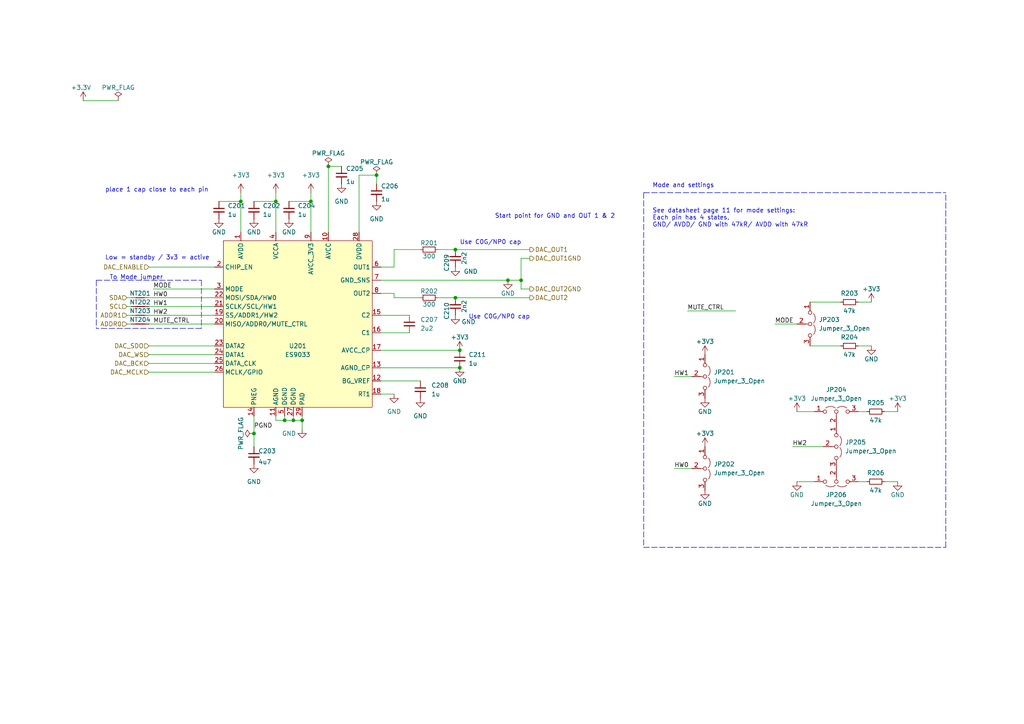
<source format=kicad_sch>
(kicad_sch (version 20211123) (generator eeschema)
  (paper "A4")
  (lib_symbols
    (symbol "Device:C_Small" (pin_numbers hide) (pin_names (offset 0.254) hide)
      (property "Reference" "C" (at 0.254 1.778 0))
      (property "Value" "C_Small" (at 0.254 -2.032 0))
      (symbol "C_Small_0_1"
        (polyline (pts (xy -1.524 -0.508) (xy 1.524 -0.508)) (stroke (width 0.3302)))
        (polyline (pts (xy -1.524 0.508) (xy 1.524 0.508)) (stroke (width 0.3048)))
      )
      (symbol "C_Small_1_1"
        (pin passive line (at 0 2.54 270) (length 2.032) (name "~") (number "1"))
        (pin passive line (at 0 -2.54 90) (length 2.032) (name "~") (number "2"))
      )
    )
    (symbol "Device:NetTie_2" (pin_numbers hide) (pin_names (offset 0) hide)
      (property "Reference" "NT" (at 0 1.27 0))
      (property "Value" "NetTie_2" (at 0 -1.27 0))
      (symbol "NetTie_2_0_1"
        (polyline (pts (xy -1.27 0) (xy 1.27 0)) (stroke (width 0.254)))
      )
      (symbol "NetTie_2_1_1"
        (pin passive line (at -2.54 0 0) (length 2.54) (name "1") (number "1"))
        (pin passive line (at 2.54 0 180) (length 2.54) (name "2") (number "2"))
      )
    )
    (symbol "Device:R_Small" (pin_numbers hide) (pin_names (offset 0.254) hide)
      (property "Reference" "R" (at 0.762 0.508 0))
      (property "Value" "R_Small" (at 0.762 -1.016 0))
      (symbol "R_Small_0_1"
        (rectangle (start -0.762 1.778) (end 0.762 -1.778) (stroke (width 0.2032)))
      )
      (symbol "R_Small_1_1"
        (pin passive line (at 0 2.54 270) (length 0.762) (name "~") (number "1"))
        (pin passive line (at 0 -2.54 90) (length 0.762) (name "~") (number "2"))
      )
    )
    (symbol "Jumper:Jumper_3_Open" (pin_names (offset 0) hide)
      (property "Reference" "JP" (at -2.54 -2.54 0))
      (property "Value" "Jumper_3_Open" (at 0 2.794 0))
      (symbol "Jumper_3_Open_0_0"
        (circle (center -3.302 0) (radius 0.508))
        (circle (center 0 0) (radius 0.508))
        (circle (center 3.302 0) (radius 0.508))
      )
      (symbol "Jumper_3_Open_0_1"
        (arc (start -0.254 1.016) (mid -1.651 1.4992) (end -3.048 1.016))
        (polyline (pts (xy 0 -0.508) (xy 0 -1.27)))
        (arc (start 3.048 1.016) (mid 1.651 1.4992) (end 0.254 1.016))
      )
      (symbol "Jumper_3_Open_1_1"
        (pin passive line (at -6.35 0 0) (length 2.54) (name "A") (number "1"))
        (pin passive line (at 0 -3.81 90) (length 2.54) (name "C") (number "2"))
        (pin passive line (at 6.35 0 180) (length 2.54) (name "B") (number "3"))
      )
    )
    (symbol "power:+3.3V" (power) (pin_names (offset 0))
      (property "Value" "+3.3V" (at 0 3.556 0))
      (symbol "+3.3V_0_1"
        (polyline (pts (xy -0.762 1.27) (xy 0 2.54)))
        (polyline (pts (xy 0 0) (xy 0 2.54)))
        (polyline (pts (xy 0 2.54) (xy 0.762 1.27)))
      )
      (symbol "+3.3V_1_1"
        (pin power_in line (at 0 0 90) (length 0) hide (name "+3.3V") (number "1"))
      )
    )
    (symbol "power:+3V3" (power) (pin_names (offset 0))
      (property "Value" "+3V3" (at 0 3.556 0))
      (symbol "+3V3_0_1"
        (polyline (pts (xy -0.762 1.27) (xy 0 2.54)))
        (polyline (pts (xy 0 0) (xy 0 2.54)))
        (polyline (pts (xy 0 2.54) (xy 0.762 1.27)))
      )
      (symbol "+3V3_1_1"
        (pin power_in line (at 0 0 90) (length 0) hide (name "+3V3") (number "1"))
      )
    )
    (symbol "power:GND" (power) (pin_names (offset 0))
      (property "Value" "GND" (at 0 -3.81 0))
      (symbol "GND_0_1"
        (polyline (pts (xy 0 0) (xy 0 -1.27) (xy 1.27 -1.27) (xy 0 -2.54) (xy -1.27 -1.27) (xy 0 -1.27)))
      )
      (symbol "GND_1_1"
        (pin power_in line (at 0 0 270) (length 0) hide (name "GND") (number "1"))
      )
    )
    (symbol "power:PWR_FLAG" (power) (pin_numbers hide) (pin_names (offset 0) hide)
      (property "Value" "PWR_FLAG" (at 0 3.81 0))
      (symbol "PWR_FLAG_0_0"
        (pin power_out line (at 0 0 90) (length 0) (name "pwr") (number "1"))
      )
      (symbol "PWR_FLAG_0_1"
        (polyline (pts (xy 0 0) (xy 0 1.27) (xy -1.016 1.905) (xy 0 2.54) (xy 1.016 1.905) (xy 0 1.27)))
      )
    )
    (symbol "project_lib:ES9033"
      (property "Reference" "U" (at 0 -6.35 0))
      (property "Value" "ES9033" (at 0 -3.81 0))
      (symbol "ES9033_0_0"
        (pin power_in line (at -16.51 26.67 270) (length 2.54) (name "AVDD") (number "1"))
      )
      (symbol "ES9033_0_1"
        (rectangle (start -21.59 24.13) (end 21.59 -24.13) (fill (type background)))
      )
      (symbol "ES9033_1_1"
        (pin power_in line (at 8.89 26.67 270) (length 2.54) (name "AVCC") (number "10"))
        (pin power_in line (at -6.35 -26.67 90) (length 2.54) (name "AGND") (number "11"))
        (pin output line (at 24.13 -16.51 180) (length 2.54) (name "BG_VREF") (number "12"))
        (pin power_in line (at 24.13 -12.7 180) (length 2.54) (name "AGND_CP") (number "13"))
        (pin power_in line (at -12.7 -26.67 90) (length 2.54) (name "PNEG") (number "14"))
        (pin passive line (at 24.13 2.54 180) (length 2.54) (name "C2") (number "15"))
        (pin passive line (at 24.13 -2.54 180) (length 2.54) (name "C1") (number "16"))
        (pin power_in line (at 24.13 -7.62 180) (length 2.54) (name "AVCC_CP") (number "17"))
        (pin input line (at 24.13 -20.32 180) (length 2.54) (name "RT1") (number "18"))
        (pin bidirectional line (at -24.13 2.54 0) (length 2.54) (name "SS/ADDR1/HW2") (number "19"))
        (pin bidirectional line (at -24.13 16.51 0) (length 2.54) (name "CHIP_EN") (number "2"))
        (pin bidirectional line (at -24.13 0 0) (length 2.54) (name "MISO/ADDR0/MUTE_CTRL") (number "20"))
        (pin bidirectional line (at -24.13 5.08 0) (length 2.54) (name "SCLK/SCL/HW1") (number "21"))
        (pin bidirectional line (at -24.13 7.62 0) (length 2.54) (name "MOSI/SDA/HW0") (number "22"))
        (pin bidirectional line (at -24.13 -6.35 0) (length 2.54) (name "DATA2") (number "23"))
        (pin bidirectional line (at -24.13 -8.89 0) (length 2.54) (name "DATA1") (number "24"))
        (pin input line (at -24.13 -11.43 0) (length 2.54) (name "DATA_CLK") (number "25"))
        (pin bidirectional line (at -24.13 -13.97 0) (length 2.54) (name "MCLK/GPIO") (number "26"))
        (pin power_in line (at -1.27 -26.67 90) (length 2.54) (name "DGND") (number "27"))
        (pin power_in line (at 17.78 26.67 270) (length 2.54) (name "DVDD") (number "28"))
        (pin power_in line (at 1.27 -26.67 90) (length 2.54) (name "PAD") (number "29"))
        (pin bidirectional line (at -24.13 10.16 0) (length 2.54) (name "MODE") (number "3"))
        (pin power_in line (at -6.35 26.67 270) (length 2.54) (name "VCCA") (number "4"))
        (pin power_in line (at -3.81 -26.67 90) (length 2.54) (name "DGND") (number "5"))
        (pin output line (at 24.13 16.51 180) (length 2.54) (name "OUT1") (number "6"))
        (pin input line (at 24.13 12.7 180) (length 2.54) (name "GND_SNS") (number "7"))
        (pin output line (at 24.13 8.89 180) (length 2.54) (name "OUT2") (number "8"))
        (pin power_in line (at 3.81 26.67 270) (length 2.54) (name "AVCC_3V3") (number "9"))
      )
    )
  )
  (junction (at 151.13 81.28))
  (junction (at 132.08 86.36))
  (junction (at 69.85 58.42))
  (junction (at 147.32 81.28))
  (junction (at 133.35 101.6))
  (junction (at 90.17 58.42))
  (junction (at 87.63 121.92))
  (junction (at 73.66 125.73))
  (junction (at 85.09 121.92))
  (junction (at 95.25 48.26))
  (junction (at 133.35 106.68))
  (junction (at 82.55 121.92))
  (junction (at 132.08 72.39))
  (junction (at 80.01 58.42))
  (junction (at 109.22 50.8))
  (wire (pts (xy 231.14 139.7) (xy 236.22 139.7)))
  (wire (pts (xy 252.73 87.63) (xy 248.92 87.63)))
  (wire (pts (xy 73.66 58.42) (xy 80.01 58.42)))
  (wire (pts (xy 110.49 101.6) (xy 133.35 101.6)))
  (wire (pts (xy 36.83 93.98) (xy 38.1 93.98)))
  (wire (pts (xy 110.49 106.68) (xy 133.35 106.68)))
  (wire (pts (xy 260.35 119.38) (xy 256.54 119.38)))
  (wire (pts (xy 132.08 72.39) (xy 153.67 72.39)))
  (wire (pts (xy 243.84 87.63) (xy 234.95 87.63)))
  (wire (pts (xy 73.66 125.73) (xy 73.66 120.65)))
  (wire (pts (xy 43.18 93.98) (xy 62.23 93.98)))
  (wire (pts (xy 36.83 86.36) (xy 38.1 86.36)))
  (polyline (pts (xy 274.32 158.75) (xy 274.32 55.88)))
  (wire (pts (xy 110.49 110.49) (xy 121.92 110.49)))
  (wire (pts (xy 90.17 55.88) (xy 90.17 58.42)))
  (wire (pts (xy 114.3 72.39) (xy 121.92 72.39)))
  (wire (pts (xy 153.67 74.93) (xy 151.13 74.93)))
  (wire (pts (xy 251.46 139.7) (xy 248.92 139.7)))
  (wire (pts (xy 151.13 83.82) (xy 151.13 81.28)))
  (wire (pts (xy 80.01 55.88) (xy 80.01 58.42)))
  (wire (pts (xy 43.18 86.36) (xy 62.23 86.36)))
  (polyline (pts (xy 27.94 81.28) (xy 27.94 95.25)))
  (wire (pts (xy 104.14 50.8) (xy 109.22 50.8)))
  (wire (pts (xy 85.09 120.65) (xy 85.09 121.92)))
  (wire (pts (xy 95.25 67.31) (xy 95.25 48.26)))
  (wire (pts (xy 82.55 121.92) (xy 80.01 121.92)))
  (wire (pts (xy 114.3 77.47) (xy 110.49 77.47)))
  (wire (pts (xy 147.32 81.28) (xy 151.13 81.28)))
  (wire (pts (xy 110.49 91.44) (xy 118.745 91.44)))
  (wire (pts (xy 110.49 96.52) (xy 118.745 96.52)))
  (wire (pts (xy 110.49 85.09) (xy 114.3 85.09)))
  (wire (pts (xy 153.67 83.82) (xy 151.13 83.82)))
  (wire (pts (xy 24.13 29.21) (xy 34.29 29.21)))
  (wire (pts (xy 44.45 83.82) (xy 62.23 83.82)))
  (wire (pts (xy 252.73 100.33) (xy 248.92 100.33)))
  (wire (pts (xy 251.46 119.38) (xy 248.92 119.38)))
  (wire (pts (xy 43.18 100.33) (xy 62.23 100.33)))
  (polyline (pts (xy 186.69 55.88) (xy 186.69 158.75)))
  (wire (pts (xy 199.39 90.17) (xy 213.36 90.17)))
  (wire (pts (xy 121.92 86.36) (xy 114.3 86.36)))
  (wire (pts (xy 82.55 120.65) (xy 82.55 121.92)))
  (wire (pts (xy 87.63 121.92) (xy 85.09 121.92)))
  (wire (pts (xy 195.58 135.89) (xy 200.66 135.89)))
  (wire (pts (xy 151.13 74.93) (xy 151.13 81.28)))
  (wire (pts (xy 132.08 86.36) (xy 153.67 86.36)))
  (polyline (pts (xy 186.69 55.88) (xy 274.32 55.88)))
  (wire (pts (xy 114.3 72.39) (xy 114.3 77.47)))
  (wire (pts (xy 69.85 55.88) (xy 69.85 58.42)))
  (wire (pts (xy 110.49 114.3) (xy 114.3 114.3)))
  (polyline (pts (xy 186.69 158.75) (xy 274.32 158.75)))
  (wire (pts (xy 110.49 81.28) (xy 147.32 81.28)))
  (wire (pts (xy 73.66 125.73) (xy 73.66 129.54)))
  (wire (pts (xy 43.18 77.47) (xy 62.23 77.47)))
  (wire (pts (xy 224.79 93.98) (xy 231.14 93.98)))
  (wire (pts (xy 43.18 91.44) (xy 62.23 91.44)))
  (wire (pts (xy 127 86.36) (xy 132.08 86.36)))
  (wire (pts (xy 229.87 129.54) (xy 238.76 129.54)))
  (wire (pts (xy 260.35 139.7) (xy 256.54 139.7)))
  (wire (pts (xy 231.14 119.38) (xy 236.22 119.38)))
  (wire (pts (xy 43.18 105.41) (xy 62.23 105.41)))
  (wire (pts (xy 127 72.39) (xy 132.08 72.39)))
  (wire (pts (xy 43.18 102.87) (xy 62.23 102.87)))
  (polyline (pts (xy 27.94 81.28) (xy 58.42 81.28)))
  (wire (pts (xy 85.09 121.92) (xy 82.55 121.92)))
  (wire (pts (xy 36.83 91.44) (xy 38.1 91.44)))
  (wire (pts (xy 36.83 88.9) (xy 38.1 88.9)))
  (wire (pts (xy 109.22 53.34) (xy 109.22 50.8)))
  (wire (pts (xy 195.58 109.22) (xy 200.66 109.22)))
  (wire (pts (xy 69.85 58.42) (xy 69.85 67.31)))
  (wire (pts (xy 95.25 48.26) (xy 99.06 48.26)))
  (wire (pts (xy 243.84 100.33) (xy 234.95 100.33)))
  (polyline (pts (xy 58.42 95.25) (xy 27.94 95.25)))
  (wire (pts (xy 43.18 107.95) (xy 62.23 107.95)))
  (wire (pts (xy 43.18 88.9) (xy 62.23 88.9)))
  (wire (pts (xy 87.63 120.65) (xy 87.63 121.92)))
  (wire (pts (xy 80.01 58.42) (xy 80.01 67.31)))
  (wire (pts (xy 104.14 67.31) (xy 104.14 50.8)))
  (polyline (pts (xy 58.42 81.28) (xy 58.42 95.25)))
  (wire (pts (xy 87.63 121.92) (xy 87.63 124.46)))
  (wire (pts (xy 63.5 58.42) (xy 69.85 58.42)))
  (wire (pts (xy 83.82 58.42) (xy 90.17 58.42)))
  (wire (pts (xy 90.17 58.42) (xy 90.17 67.31)))
  (wire (pts (xy 80.01 121.92) (xy 80.01 120.65)))
  (wire (pts (xy 114.3 86.36) (xy 114.3 85.09)))
  (text "place 1 cap close to each pin \n" (at 30.48 55.88 0) (effects (font (size 1.27 1.27)) (justify left bottom)))
  (text "Mode and settings\n" (at 189.23 54.61 0) (effects (font (size 1.27 1.27)) (justify left bottom)))
  (text "To Mode jumper" (at 31.75 81.28 0) (effects (font (size 1.27 1.27)) (justify left bottom)))
  (text "Use C0G/NP0 cap\n" (at 133.35 71.12 0) (effects (font (size 1.27 1.27)) (justify left bottom)))
  (text "Start point for GND and OUT 1 & 2 " (at 143.51 63.5 0) (effects (font (size 1.27 1.27)) (justify left bottom)))
  (text "Low = standby / 3v3 = active\n" (at 30.48 75.565 0) (effects (font (size 1.27 1.27)) (justify left bottom)))
  (text "Use C0G/NP0 cap\n" (at 135.89 92.71 0) (effects (font (size 1.27 1.27)) (justify left bottom)))
  (text "See datasheet page 11 for mode settings:\nEach pin has 4 states, \nGND/ AVDD/ GND with 47kR/ AVDD with 47kR" (at 189.23 66.04 0) (effects (font (size 1.27 1.27)) (justify left bottom)))
  (label "MODE" (at 44.45 83.82 0))
  (label "HW2" (at 44.45 91.44 0))
  (label "MUTE_CTRL" (at 44.45 93.98 0))
  (label "HW0" (at 44.45 86.36 0))
  (label "PGND" (at 73.66 124.46 0))
  (label "HW2" (at 229.87 129.54 0))
  (label "HW1" (at 195.58 109.22 0))
  (label "HW0" (at 195.58 135.89 0))
  (label "MUTE_CTRL" (at 199.39 90.17 0))
  (label "HW1" (at 44.45 88.9 0))
  (label "MODE" (at 224.79 93.98 0))
  (hierarchical_label "DAC_OUT1GND" (shape output) (at 153.67 74.93 0))
  (hierarchical_label "SDA" (shape input) (at 36.83 86.36 180))
  (hierarchical_label "ADDR1" (shape input) (at 36.83 91.44 180))
  (hierarchical_label "DAC_BCK" (shape input) (at 43.18 105.41 180))
  (hierarchical_label "DAC_OUT2GND" (shape output) (at 153.67 83.82 0))
  (hierarchical_label "DAC_MCLK" (shape input) (at 43.18 107.95 180))
  (hierarchical_label "DAC_WS" (shape input) (at 43.18 102.87 180))
  (hierarchical_label "DAC_OUT2" (shape output) (at 153.67 86.36 0))
  (hierarchical_label "ADDR0" (shape input) (at 36.83 93.98 180))
  (hierarchical_label "DAC_SDO" (shape input) (at 43.18 100.33 180))
  (hierarchical_label "DAC_OUT1" (shape output) (at 153.67 72.39 0))
  (hierarchical_label "DAC_ENABLE" (shape input) (at 43.18 77.47 180))
  (hierarchical_label "SCL" (shape input) (at 36.83 88.9 180))
  (symbol (lib_id "Device:R_Small") (at 254 139.7 90) (mirror x) (unit 1)
    (property "Reference" "R206" (at 254 137.16 90))
    (property "Value" "47k" (at 254 142.24 90))
    (property "Footprint" "Resistor_SMD:R_0805_2012Metric" (effects hide))
  )
  (symbol (lib_id "power:GND") (at 260.35 139.7 0) (mirror y) (unit 1)
    (property "Reference" "#PWR0228" (effects hide))
    (property "Value" "GND" (at 260.35 143.51 0))
  )
  (symbol (lib_id "power:GND") (at 114.3 114.3 0) (unit 1)
    (property "Reference" "#PWR0212" (effects hide))
    (property "Value" "GND" (at 114.3 119.38 0))
  )
  (symbol (lib_id "power:GND") (at 204.47 115.57 0) (mirror y) (unit 1)
    (property "Reference" "#PWR0220" (effects hide))
    (property "Value" "GND" (at 204.47 119.38 0))
  )
  (symbol (lib_id "Device:R_Small") (at 254 119.38 90) (mirror x) (unit 1)
    (property "Reference" "R205" (at 254 116.84 90))
    (property "Value" "47k" (at 254 121.92 90))
    (property "Footprint" "Resistor_SMD:R_0805_2012Metric" (effects hide))
  )
  (symbol (lib_id "power:+3V3") (at 90.17 55.88 0) (unit 1)
    (property "Reference" "#PWR0209" (effects hide))
    (property "Value" "+3V3" (at 90.17 50.8 0))
  )
  (symbol (lib_id "power:GND") (at 132.08 91.44 0) (unit 1)
    (property "Reference" "#PWR0215" (effects hide))
    (property "Value" "GND" (at 135.89 93.345 0))
  )
  (symbol (lib_id "power:GND") (at 132.08 77.47 0) (unit 1)
    (property "Reference" "#PWR0214" (effects hide))
    (property "Value" "GND" (at 136.525 78.74 0))
  )
  (symbol (lib_id "power:GND") (at 99.06 53.34 0) (unit 1)
    (property "Reference" "#PWR0210" (effects hide))
    (property "Value" "GND" (at 99.06 58.42 0))
  )
  (symbol (lib_id "Device:C_Small") (at 83.82 60.96 0) (unit 1)
    (property "Reference" "C204" (at 86.36 59.69 0) (effects (justify left)))
    (property "Value" "1u" (at 86.36 62.23 0) (effects (justify left)))
    (property "Footprint" "Capacitor_SMD:C_0805_2012Metric" (effects hide))
  )
  (symbol (lib_id "power:+3.3V") (at 24.13 29.21 0) (unit 1)
    (property "Reference" "#PWR0201" (effects hide))
    (property "Value" "+3.3V" (at 23.495 25.4 0))
  )
  (symbol (lib_id "project_lib:ES9033") (at 86.36 93.98 0) (unit 1)
    (property "Reference" "U201" (at 86.36 100.33 0))
    (property "Value" "ES9033" (at 86.36 102.87 0))
    (property "Footprint" "Package_DFN_QFN:QFN-28-1EP_5x5mm_P0.5mm_EP3.35x3.35mm" (effects hide))
    (property "Datasheet" "https://www.esstech.com/wp-content/uploads/2021/10/ES9033_DS_0.3.pdf" (effects hide))
  )
  (symbol (lib_id "Device:R_Small") (at 246.38 87.63 90) (mirror x) (unit 1)
    (property "Reference" "R203" (at 246.38 85.09 90))
    (property "Value" "47k" (at 246.38 90.17 90))
    (property "Footprint" "Resistor_SMD:R_0805_2012Metric" (effects hide))
  )
  (symbol (lib_id "Device:C_Small") (at 63.5 60.96 0) (unit 1)
    (property "Reference" "C201" (at 66.04 59.69 0) (effects (justify left)))
    (property "Value" "1u" (at 66.04 62.23 0) (effects (justify left)))
    (property "Footprint" "Capacitor_SMD:C_0805_2012Metric" (effects hide))
  )
  (symbol (lib_id "power:+3V3") (at 80.01 55.88 0) (unit 1)
    (property "Reference" "#PWR0206" (effects hide))
    (property "Value" "+3V3" (at 80.01 50.8 0))
  )
  (symbol (lib_id "power:GND") (at 133.35 106.68 0) (unit 1)
    (property "Reference" "#PWR0217" (effects hide))
    (property "Value" "GND" (at 133.35 110.49 0))
  )
  (symbol (lib_id "Jumper:Jumper_3_Open") (at 204.47 135.89 270) (unit 1)
    (property "Reference" "JP202" (at 207.01 134.6199 90) (effects (justify left)))
    (property "Value" "Jumper_3_Open" (at 207.01 137.1599 90) (effects (justify left)))
    (property "Footprint" "Connector_PinHeader_2.54mm:PinHeader_1x03_P2.54mm_Vertical" (effects hide))
  )
  (symbol (lib_id "power:GND") (at 109.22 58.42 0) (unit 1)
    (property "Reference" "#PWR0211" (effects hide))
    (property "Value" "GND" (at 109.22 63.5 0))
  )
  (symbol (lib_id "Device:C_Small") (at 118.745 93.98 0) (unit 1)
    (property "Reference" "C207" (at 121.92 92.7162 0) (effects (justify left)))
    (property "Value" "2u2" (at 121.92 95.2562 0) (effects (justify left)))
    (property "Footprint" "Capacitor_SMD:C_0805_2012Metric" (effects hide))
  )
  (symbol (lib_id "power:PWR_FLAG") (at 109.22 50.8 0) (unit 1)
    (property "Reference" "#FLG0204" (effects hide))
    (property "Value" "PWR_FLAG" (at 109.22 46.99 0))
  )
  (symbol (lib_id "power:+3V3") (at 69.85 55.88 0) (unit 1)
    (property "Reference" "#PWR0203" (effects hide))
    (property "Value" "+3V3" (at 69.85 50.8 0))
  )
  (symbol (lib_id "power:GND") (at 73.66 134.62 0) (unit 1)
    (property "Reference" "#PWR0205" (effects hide))
    (property "Value" "GND" (at 73.66 139.7 0))
  )
  (symbol (lib_id "Device:C_Small") (at 132.08 88.9 180) (unit 1)
    (property "Reference" "C210" (at 129.54 87.63 90) (effects (justify left)))
    (property "Value" "2n2" (at 134.62 86.995 90) (effects (justify left)))
    (property "Footprint" "Capacitor_SMD:C_0805_2012Metric" (effects hide))
  )
  (symbol (lib_id "Jumper:Jumper_3_Open") (at 204.47 109.22 270) (unit 1)
    (property "Reference" "JP201" (at 207.01 107.9499 90) (effects (justify left)))
    (property "Value" "Jumper_3_Open" (at 207.01 110.4899 90) (effects (justify left)))
    (property "Footprint" "Connector_PinHeader_2.54mm:PinHeader_1x03_P2.54mm_Vertical" (effects hide))
  )
  (symbol (lib_id "power:GND") (at 83.82 63.5 0) (unit 1)
    (property "Reference" "#PWR0207" (effects hide))
    (property "Value" "GND" (at 83.82 67.31 0))
  )
  (symbol (lib_id "power:GND") (at 231.14 139.7 0) (mirror y) (unit 1)
    (property "Reference" "#PWR0224" (effects hide))
    (property "Value" "GND" (at 231.14 143.51 0))
  )
  (symbol (lib_id "power:PWR_FLAG") (at 34.29 29.21 0) (unit 1)
    (property "Reference" "#FLG0201" (effects hide))
    (property "Value" "PWR_FLAG" (at 34.29 25.4 0))
  )
  (symbol (lib_id "power:GND") (at 252.73 100.33 0) (mirror y) (unit 1)
    (property "Reference" "#PWR0226" (effects hide))
    (property "Value" "GND" (at 252.73 104.14 0))
  )
  (symbol (lib_id "Jumper:Jumper_3_Open") (at 242.57 119.38 0) (unit 1)
    (property "Reference" "JP204" (at 242.57 113.03 0))
    (property "Value" "Jumper_3_Open" (at 242.57 115.57 0))
    (property "Footprint" "Connector_PinHeader_2.54mm:PinHeader_1x03_P2.54mm_Vertical" (effects hide))
  )
  (symbol (lib_id "Device:NetTie_2") (at 40.64 93.98 0) (unit 1)
    (property "Reference" "NT204" (at 40.64 92.71 0))
    (property "Value" "NetTie_2" (effects hide))
    (property "Footprint" "NetTie:NetTie-2_SMD_Pad0.5mm" (effects hide))
  )
  (symbol (lib_id "power:+3V3") (at 204.47 129.54 0) (unit 1)
    (property "Reference" "#PWR0221" (effects hide))
    (property "Value" "+3V3" (at 204.47 125.73 0))
  )
  (symbol (lib_id "Device:R_Small") (at 246.38 100.33 90) (mirror x) (unit 1)
    (property "Reference" "R204" (at 246.38 97.79 90))
    (property "Value" "47k" (at 246.38 102.87 90))
    (property "Footprint" "Resistor_SMD:R_0805_2012Metric" (effects hide))
  )
  (symbol (lib_id "power:GND") (at 63.5 63.5 0) (unit 1)
    (property "Reference" "#PWR0202" (effects hide))
    (property "Value" "GND" (at 63.5 67.31 0))
  )
  (symbol (lib_id "power:GND") (at 147.32 81.28 0) (unit 1)
    (property "Reference" "#PWR0218" (effects hide))
    (property "Value" "GND" (at 147.32 85.09 0))
  )
  (symbol (lib_id "Device:C_Small") (at 73.66 60.96 0) (unit 1)
    (property "Reference" "C202" (at 76.2 59.69 0) (effects (justify left)))
    (property "Value" "1u" (at 76.2 62.23 0) (effects (justify left)))
    (property "Footprint" "Capacitor_SMD:C_0805_2012Metric" (effects hide))
  )
  (symbol (lib_id "Device:R_Small") (at 124.46 72.39 90) (unit 1)
    (property "Reference" "R201" (at 124.46 70.485 90))
    (property "Value" "300" (at 124.46 74.295 90))
    (property "Footprint" "Resistor_SMD:R_0805_2012Metric" (effects hide))
  )
  (symbol (lib_id "Device:NetTie_2") (at 40.64 86.36 0) (unit 1)
    (property "Reference" "NT201" (at 40.64 85.09 0))
    (property "Value" "NetTie_2" (effects hide))
    (property "Footprint" "NetTie:NetTie-2_SMD_Pad0.5mm" (effects hide))
  )
  (symbol (lib_id "power:PWR_FLAG") (at 95.25 48.26 0) (unit 1)
    (property "Reference" "#FLG0203" (effects hide))
    (property "Value" "PWR_FLAG" (at 95.25 44.45 0))
  )
  (symbol (lib_id "Device:C_Small") (at 73.66 132.08 0) (unit 1)
    (property "Reference" "C203" (at 74.93 130.81 0) (effects (justify left)))
    (property "Value" "4u7" (at 74.93 133.985 0) (effects (justify left)))
    (property "Footprint" "Capacitor_SMD:C_0805_2012Metric" (effects hide))
  )
  (symbol (lib_id "power:+3V3") (at 133.35 101.6 0) (unit 1)
    (property "Reference" "#PWR0216" (effects hide))
    (property "Value" "+3V3" (at 133.35 97.79 0))
  )
  (symbol (lib_id "Device:C_Small") (at 121.92 113.03 0) (unit 1)
    (property "Reference" "C208" (at 125.095 111.7662 0) (effects (justify left)))
    (property "Value" "1u" (at 125.095 114.3062 0) (effects (justify left)))
    (property "Footprint" "Capacitor_SMD:C_0805_2012Metric" (effects hide))
  )
  (symbol (lib_id "Jumper:Jumper_3_Open") (at 242.57 139.7 0) (mirror x) (unit 1)
    (property "Reference" "JP206" (at 242.57 143.51 0))
    (property "Value" "Jumper_3_Open" (at 242.57 146.05 0))
    (property "Footprint" "Connector_PinHeader_2.54mm:PinHeader_1x03_P2.54mm_Vertical" (effects hide))
  )
  (symbol (lib_id "Device:NetTie_2") (at 40.64 91.44 0) (unit 1)
    (property "Reference" "NT203" (at 40.64 90.17 0))
    (property "Value" "NetTie_2" (effects hide))
    (property "Footprint" "NetTie:NetTie-2_SMD_Pad0.5mm" (effects hide))
  )
  (symbol (lib_id "Jumper:Jumper_3_Open") (at 242.57 129.54 270) (unit 1)
    (property "Reference" "JP205" (at 245.11 128.2699 90) (effects (justify left)))
    (property "Value" "Jumper_3_Open" (at 245.11 130.8099 90) (effects (justify left)))
    (property "Footprint" "Connector_PinHeader_2.54mm:PinHeader_1x03_P2.54mm_Vertical" (effects hide))
  )
  (symbol (lib_id "Device:C_Small") (at 132.08 74.93 180) (unit 1)
    (property "Reference" "C209" (at 129.54 73.66 90) (effects (justify left)))
    (property "Value" "2n2" (at 134.62 73.025 90) (effects (justify left)))
    (property "Footprint" "Capacitor_SMD:C_0805_2012Metric" (effects hide))
  )
  (symbol (lib_id "Device:C_Small") (at 133.35 104.14 0) (unit 1)
    (property "Reference" "C211" (at 135.89 102.8762 0) (effects (justify left)))
    (property "Value" "1u" (at 135.89 105.4162 0) (effects (justify left)))
    (property "Footprint" "Capacitor_SMD:C_0805_2012Metric" (effects hide))
  )
  (symbol (lib_id "power:GND") (at 87.63 124.46 0) (unit 1)
    (property "Reference" "#PWR0208" (effects hide))
    (property "Value" "GND" (at 83.82 125.73 0))
  )
  (symbol (lib_id "power:GND") (at 121.92 115.57 0) (unit 1)
    (property "Reference" "#PWR0213" (effects hide))
    (property "Value" "GND" (at 121.92 120.65 0))
  )
  (symbol (lib_id "power:+3V3") (at 204.47 102.87 0) (unit 1)
    (property "Reference" "#PWR0219" (effects hide))
    (property "Value" "+3V3" (at 204.47 99.06 0))
  )
  (symbol (lib_id "power:+3V3") (at 252.73 87.63 0) (unit 1)
    (property "Reference" "#PWR0225" (effects hide))
    (property "Value" "+3V3" (at 252.73 83.82 0))
  )
  (symbol (lib_id "power:PWR_FLAG") (at 73.66 125.73 90) (unit 1)
    (property "Reference" "#FLG0202" (effects hide))
    (property "Value" "PWR_FLAG" (at 69.85 125.73 0))
  )
  (symbol (lib_id "power:+3V3") (at 231.14 119.38 0) (unit 1)
    (property "Reference" "#PWR0223" (effects hide))
    (property "Value" "+3V3" (at 231.14 115.57 0))
  )
  (symbol (lib_id "power:+3V3") (at 260.35 119.38 0) (unit 1)
    (property "Reference" "#PWR0227" (effects hide))
    (property "Value" "+3V3" (at 260.35 115.57 0))
  )
  (symbol (lib_id "power:GND") (at 73.66 63.5 0) (unit 1)
    (property "Reference" "#PWR0204" (effects hide))
    (property "Value" "GND" (at 73.66 67.31 0))
  )
  (symbol (lib_id "Jumper:Jumper_3_Open") (at 234.95 93.98 270) (unit 1)
    (property "Reference" "JP203" (at 237.49 92.7099 90) (effects (justify left)))
    (property "Value" "Jumper_3_Open" (at 237.49 95.2499 90) (effects (justify left)))
    (property "Footprint" "Connector_PinHeader_2.54mm:PinHeader_1x03_P2.54mm_Vertical" (effects hide))
  )
  (symbol (lib_id "Device:NetTie_2") (at 40.64 88.9 0) (unit 1)
    (property "Reference" "NT202" (at 40.64 87.63 0))
    (property "Value" "NetTie_2" (effects hide))
    (property "Footprint" "NetTie:NetTie-2_SMD_Pad0.5mm" (effects hide))
  )
  (symbol (lib_id "power:GND") (at 204.47 142.24 0) (mirror y) (unit 1)
    (property "Reference" "#PWR0222" (effects hide))
    (property "Value" "GND" (at 204.47 146.05 0))
  )
  (symbol (lib_id "Device:C_Small") (at 99.06 50.8 0) (unit 1)
    (property "Reference" "C205" (at 100.33 48.895 0) (effects (justify left)))
    (property "Value" "1u" (at 100.33 52.705 0) (effects (justify left)))
    (property "Footprint" "Capacitor_SMD:C_0805_2012Metric" (effects hide))
  )
  (symbol (lib_id "Device:C_Small") (at 109.22 55.88 0) (unit 1)
    (property "Reference" "C206" (at 110.49 53.975 0) (effects (justify left)))
    (property "Value" "1u" (at 110.49 57.785 0) (effects (justify left)))
    (property "Footprint" "Capacitor_SMD:C_0805_2012Metric" (effects hide))
  )
  (symbol (lib_id "Device:R_Small") (at 124.46 86.36 90) (unit 1)
    (property "Reference" "R202" (at 124.46 84.455 90))
    (property "Value" "300" (at 124.46 88.265 90))
    (property "Footprint" "Resistor_SMD:R_0805_2012Metric" (effects hide))
  )
)
</source>
